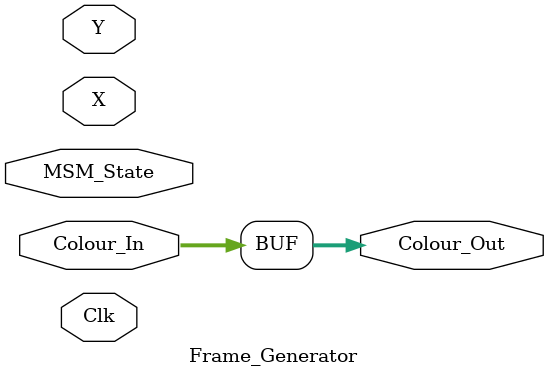
<source format=v>
`timescale 1ns / 1ps

module Frame_Generator(
    input               Clk,
    input       [9:0]   X,
    input       [8:0]   Y,
    input       [1:0]   MSM_State,
    input       [11:0]  Colour_In,
    output      [11:0]  Colour_Out
    );
    
    // ??? This Feels Wrong NGL    
    assign Colour_Out = Colour_In;
    
endmodule

</source>
